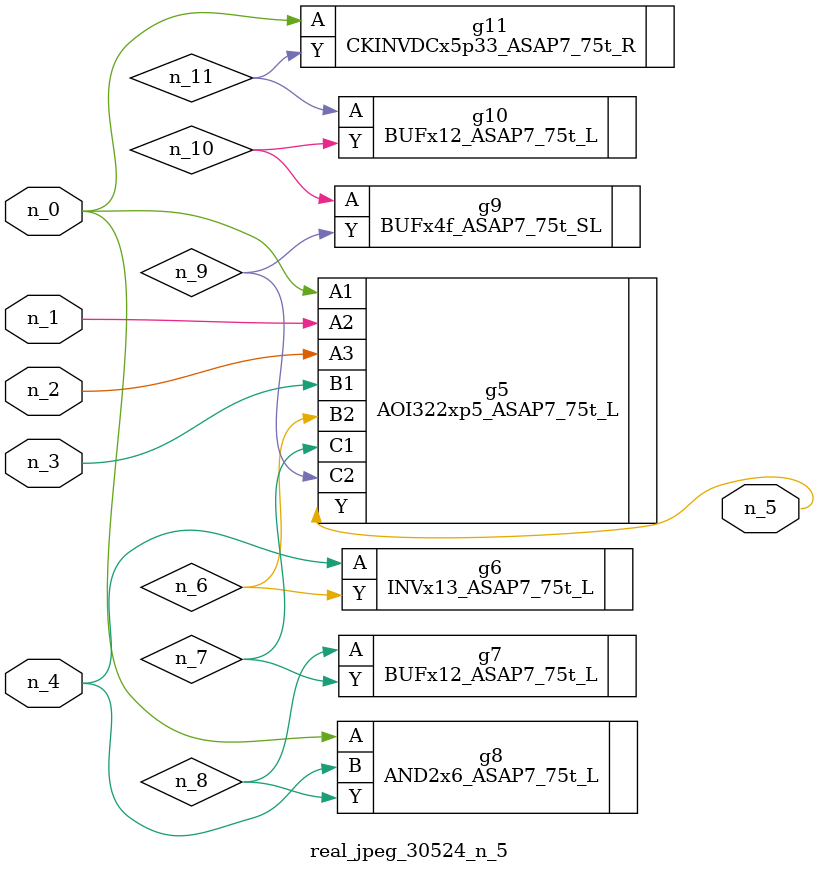
<source format=v>
module real_jpeg_30524_n_5 (n_4, n_0, n_1, n_2, n_3, n_5);

input n_4;
input n_0;
input n_1;
input n_2;
input n_3;

output n_5;

wire n_8;
wire n_11;
wire n_6;
wire n_7;
wire n_10;
wire n_9;

AOI322xp5_ASAP7_75t_L g5 ( 
.A1(n_0),
.A2(n_1),
.A3(n_2),
.B1(n_3),
.B2(n_6),
.C1(n_7),
.C2(n_9),
.Y(n_5)
);

AND2x6_ASAP7_75t_L g8 ( 
.A(n_0),
.B(n_4),
.Y(n_8)
);

CKINVDCx5p33_ASAP7_75t_R g11 ( 
.A(n_0),
.Y(n_11)
);

INVx13_ASAP7_75t_L g6 ( 
.A(n_4),
.Y(n_6)
);

BUFx12_ASAP7_75t_L g7 ( 
.A(n_8),
.Y(n_7)
);

BUFx4f_ASAP7_75t_SL g9 ( 
.A(n_10),
.Y(n_9)
);

BUFx12_ASAP7_75t_L g10 ( 
.A(n_11),
.Y(n_10)
);


endmodule
</source>
